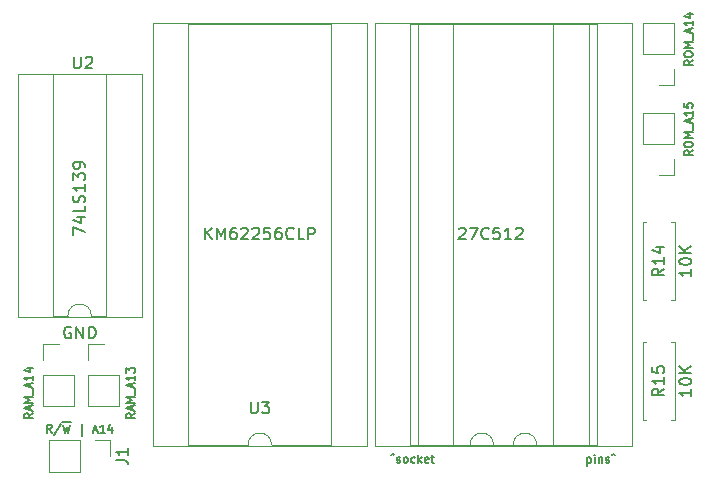
<source format=gto>
G04 #@! TF.GenerationSoftware,KiCad,Pcbnew,(6.0.5)*
G04 #@! TF.CreationDate,2024-04-20T13:37:25+02:00*
G04 #@! TF.ProjectId,1541-RAMBoard2-FirstBank,31353431-2d52-4414-9d42-6f617264322d,rev?*
G04 #@! TF.SameCoordinates,Original*
G04 #@! TF.FileFunction,Legend,Top*
G04 #@! TF.FilePolarity,Positive*
%FSLAX46Y46*%
G04 Gerber Fmt 4.6, Leading zero omitted, Abs format (unit mm)*
G04 Created by KiCad (PCBNEW (6.0.5)) date 2024-04-20 13:37:25*
%MOMM*%
%LPD*%
G01*
G04 APERTURE LIST*
%ADD10C,0.150000*%
%ADD11C,0.120000*%
%ADD12R,1.700000X1.700000*%
%ADD13O,1.700000X1.700000*%
%ADD14C,2.500000*%
%ADD15R,2.400000X1.600000*%
%ADD16O,2.400000X1.600000*%
%ADD17C,1.600000*%
%ADD18O,1.600000X1.600000*%
G04 APERTURE END LIST*
D10*
X141185333Y-123889333D02*
X141318666Y-123789333D01*
X141452000Y-123889333D01*
X141652000Y-124489333D02*
X141718666Y-124522666D01*
X141852000Y-124522666D01*
X141918666Y-124489333D01*
X141952000Y-124422666D01*
X141952000Y-124389333D01*
X141918666Y-124322666D01*
X141852000Y-124289333D01*
X141752000Y-124289333D01*
X141685333Y-124256000D01*
X141652000Y-124189333D01*
X141652000Y-124156000D01*
X141685333Y-124089333D01*
X141752000Y-124056000D01*
X141852000Y-124056000D01*
X141918666Y-124089333D01*
X142352000Y-124522666D02*
X142285333Y-124489333D01*
X142252000Y-124456000D01*
X142218666Y-124389333D01*
X142218666Y-124189333D01*
X142252000Y-124122666D01*
X142285333Y-124089333D01*
X142352000Y-124056000D01*
X142452000Y-124056000D01*
X142518666Y-124089333D01*
X142552000Y-124122666D01*
X142585333Y-124189333D01*
X142585333Y-124389333D01*
X142552000Y-124456000D01*
X142518666Y-124489333D01*
X142452000Y-124522666D01*
X142352000Y-124522666D01*
X143185333Y-124489333D02*
X143118666Y-124522666D01*
X142985333Y-124522666D01*
X142918666Y-124489333D01*
X142885333Y-124456000D01*
X142852000Y-124389333D01*
X142852000Y-124189333D01*
X142885333Y-124122666D01*
X142918666Y-124089333D01*
X142985333Y-124056000D01*
X143118666Y-124056000D01*
X143185333Y-124089333D01*
X143485333Y-124522666D02*
X143485333Y-123822666D01*
X143552000Y-124256000D02*
X143752000Y-124522666D01*
X143752000Y-124056000D02*
X143485333Y-124322666D01*
X144318666Y-124489333D02*
X144252000Y-124522666D01*
X144118666Y-124522666D01*
X144052000Y-124489333D01*
X144018666Y-124422666D01*
X144018666Y-124156000D01*
X144052000Y-124089333D01*
X144118666Y-124056000D01*
X144252000Y-124056000D01*
X144318666Y-124089333D01*
X144352000Y-124156000D01*
X144352000Y-124222666D01*
X144018666Y-124289333D01*
X144552000Y-124056000D02*
X144818666Y-124056000D01*
X144652000Y-123822666D02*
X144652000Y-124422666D01*
X144685333Y-124489333D01*
X144752000Y-124522666D01*
X144818666Y-124522666D01*
X112424666Y-121982666D02*
X112191333Y-121649333D01*
X112024666Y-121982666D02*
X112024666Y-121282666D01*
X112291333Y-121282666D01*
X112358000Y-121316000D01*
X112391333Y-121349333D01*
X112424666Y-121416000D01*
X112424666Y-121516000D01*
X112391333Y-121582666D01*
X112358000Y-121616000D01*
X112291333Y-121649333D01*
X112024666Y-121649333D01*
X113224666Y-121249333D02*
X112624666Y-122149333D01*
X113291333Y-121085000D02*
X114091333Y-121085000D01*
X113391333Y-121282666D02*
X113558000Y-121982666D01*
X113691333Y-121482666D01*
X113824666Y-121982666D01*
X113991333Y-121282666D01*
X114958000Y-122216000D02*
X114958000Y-121216000D01*
X115958000Y-121782666D02*
X116291333Y-121782666D01*
X115891333Y-121982666D02*
X116124666Y-121282666D01*
X116358000Y-121982666D01*
X116958000Y-121982666D02*
X116558000Y-121982666D01*
X116758000Y-121982666D02*
X116758000Y-121282666D01*
X116691333Y-121382666D01*
X116624666Y-121449333D01*
X116558000Y-121482666D01*
X117558000Y-121516000D02*
X117558000Y-121982666D01*
X117391333Y-121249333D02*
X117224666Y-121749333D01*
X117658000Y-121749333D01*
X157776500Y-124056000D02*
X157776500Y-124756000D01*
X157776500Y-124089333D02*
X157843166Y-124056000D01*
X157976500Y-124056000D01*
X158043166Y-124089333D01*
X158076500Y-124122666D01*
X158109833Y-124189333D01*
X158109833Y-124389333D01*
X158076500Y-124456000D01*
X158043166Y-124489333D01*
X157976500Y-124522666D01*
X157843166Y-124522666D01*
X157776500Y-124489333D01*
X158409833Y-124522666D02*
X158409833Y-124056000D01*
X158409833Y-123822666D02*
X158376500Y-123856000D01*
X158409833Y-123889333D01*
X158443166Y-123856000D01*
X158409833Y-123822666D01*
X158409833Y-123889333D01*
X158743166Y-124056000D02*
X158743166Y-124522666D01*
X158743166Y-124122666D02*
X158776500Y-124089333D01*
X158843166Y-124056000D01*
X158943166Y-124056000D01*
X159009833Y-124089333D01*
X159043166Y-124156000D01*
X159043166Y-124522666D01*
X159343166Y-124489333D02*
X159409833Y-124522666D01*
X159543166Y-124522666D01*
X159609833Y-124489333D01*
X159643166Y-124422666D01*
X159643166Y-124389333D01*
X159609833Y-124322666D01*
X159543166Y-124289333D01*
X159443166Y-124289333D01*
X159376500Y-124256000D01*
X159343166Y-124189333D01*
X159343166Y-124156000D01*
X159376500Y-124089333D01*
X159443166Y-124056000D01*
X159543166Y-124056000D01*
X159609833Y-124089333D01*
X159843166Y-123889333D02*
X159976500Y-123789333D01*
X160109833Y-123889333D01*
X114046095Y-113038000D02*
X113950857Y-112990380D01*
X113808000Y-112990380D01*
X113665142Y-113038000D01*
X113569904Y-113133238D01*
X113522285Y-113228476D01*
X113474666Y-113418952D01*
X113474666Y-113561809D01*
X113522285Y-113752285D01*
X113569904Y-113847523D01*
X113665142Y-113942761D01*
X113808000Y-113990380D01*
X113903238Y-113990380D01*
X114046095Y-113942761D01*
X114093714Y-113895142D01*
X114093714Y-113561809D01*
X113903238Y-113561809D01*
X114522285Y-113990380D02*
X114522285Y-112990380D01*
X115093714Y-113990380D01*
X115093714Y-112990380D01*
X115569904Y-113990380D02*
X115569904Y-112990380D01*
X115808000Y-112990380D01*
X115950857Y-113038000D01*
X116046095Y-113133238D01*
X116093714Y-113228476D01*
X116141333Y-113418952D01*
X116141333Y-113561809D01*
X116093714Y-113752285D01*
X116046095Y-113847523D01*
X115950857Y-113942761D01*
X115808000Y-113990380D01*
X115569904Y-113990380D01*
X110806666Y-120334666D02*
X110473333Y-120568000D01*
X110806666Y-120734666D02*
X110106666Y-120734666D01*
X110106666Y-120468000D01*
X110140000Y-120401333D01*
X110173333Y-120368000D01*
X110240000Y-120334666D01*
X110340000Y-120334666D01*
X110406666Y-120368000D01*
X110440000Y-120401333D01*
X110473333Y-120468000D01*
X110473333Y-120734666D01*
X110606666Y-120068000D02*
X110606666Y-119734666D01*
X110806666Y-120134666D02*
X110106666Y-119901333D01*
X110806666Y-119668000D01*
X110806666Y-119434666D02*
X110106666Y-119434666D01*
X110606666Y-119201333D01*
X110106666Y-118968000D01*
X110806666Y-118968000D01*
X110873333Y-118801333D02*
X110873333Y-118268000D01*
X110606666Y-118134666D02*
X110606666Y-117801333D01*
X110806666Y-118201333D02*
X110106666Y-117968000D01*
X110806666Y-117734666D01*
X110806666Y-117134666D02*
X110806666Y-117534666D01*
X110806666Y-117334666D02*
X110106666Y-117334666D01*
X110206666Y-117401333D01*
X110273333Y-117468000D01*
X110306666Y-117534666D01*
X110340000Y-116534666D02*
X110806666Y-116534666D01*
X110073333Y-116701333D02*
X110573333Y-116868000D01*
X110573333Y-116434666D01*
X119442666Y-120334666D02*
X119109333Y-120568000D01*
X119442666Y-120734666D02*
X118742666Y-120734666D01*
X118742666Y-120468000D01*
X118776000Y-120401333D01*
X118809333Y-120368000D01*
X118876000Y-120334666D01*
X118976000Y-120334666D01*
X119042666Y-120368000D01*
X119076000Y-120401333D01*
X119109333Y-120468000D01*
X119109333Y-120734666D01*
X119242666Y-120068000D02*
X119242666Y-119734666D01*
X119442666Y-120134666D02*
X118742666Y-119901333D01*
X119442666Y-119668000D01*
X119442666Y-119434666D02*
X118742666Y-119434666D01*
X119242666Y-119201333D01*
X118742666Y-118968000D01*
X119442666Y-118968000D01*
X119509333Y-118801333D02*
X119509333Y-118268000D01*
X119242666Y-118134666D02*
X119242666Y-117801333D01*
X119442666Y-118201333D02*
X118742666Y-117968000D01*
X119442666Y-117734666D01*
X119442666Y-117134666D02*
X119442666Y-117534666D01*
X119442666Y-117334666D02*
X118742666Y-117334666D01*
X118842666Y-117401333D01*
X118909333Y-117468000D01*
X118942666Y-117534666D01*
X118742666Y-116901333D02*
X118742666Y-116468000D01*
X119009333Y-116701333D01*
X119009333Y-116601333D01*
X119042666Y-116534666D01*
X119076000Y-116501333D01*
X119142666Y-116468000D01*
X119309333Y-116468000D01*
X119376000Y-116501333D01*
X119409333Y-116534666D01*
X119442666Y-116601333D01*
X119442666Y-116801333D01*
X119409333Y-116868000D01*
X119376000Y-116901333D01*
X146915523Y-104703619D02*
X146963142Y-104656000D01*
X147058380Y-104608380D01*
X147296476Y-104608380D01*
X147391714Y-104656000D01*
X147439333Y-104703619D01*
X147486952Y-104798857D01*
X147486952Y-104894095D01*
X147439333Y-105036952D01*
X146867904Y-105608380D01*
X147486952Y-105608380D01*
X147820285Y-104608380D02*
X148486952Y-104608380D01*
X148058380Y-105608380D01*
X149439333Y-105513142D02*
X149391714Y-105560761D01*
X149248857Y-105608380D01*
X149153619Y-105608380D01*
X149010761Y-105560761D01*
X148915523Y-105465523D01*
X148867904Y-105370285D01*
X148820285Y-105179809D01*
X148820285Y-105036952D01*
X148867904Y-104846476D01*
X148915523Y-104751238D01*
X149010761Y-104656000D01*
X149153619Y-104608380D01*
X149248857Y-104608380D01*
X149391714Y-104656000D01*
X149439333Y-104703619D01*
X150344095Y-104608380D02*
X149867904Y-104608380D01*
X149820285Y-105084571D01*
X149867904Y-105036952D01*
X149963142Y-104989333D01*
X150201238Y-104989333D01*
X150296476Y-105036952D01*
X150344095Y-105084571D01*
X150391714Y-105179809D01*
X150391714Y-105417904D01*
X150344095Y-105513142D01*
X150296476Y-105560761D01*
X150201238Y-105608380D01*
X149963142Y-105608380D01*
X149867904Y-105560761D01*
X149820285Y-105513142D01*
X151344095Y-105608380D02*
X150772666Y-105608380D01*
X151058380Y-105608380D02*
X151058380Y-104608380D01*
X150963142Y-104751238D01*
X150867904Y-104846476D01*
X150772666Y-104894095D01*
X151725047Y-104703619D02*
X151772666Y-104656000D01*
X151867904Y-104608380D01*
X152106000Y-104608380D01*
X152201238Y-104656000D01*
X152248857Y-104703619D01*
X152296476Y-104798857D01*
X152296476Y-104894095D01*
X152248857Y-105036952D01*
X151677428Y-105608380D01*
X152296476Y-105608380D01*
X166686666Y-90429333D02*
X166353333Y-90662666D01*
X166686666Y-90829333D02*
X165986666Y-90829333D01*
X165986666Y-90562666D01*
X166020000Y-90496000D01*
X166053333Y-90462666D01*
X166120000Y-90429333D01*
X166220000Y-90429333D01*
X166286666Y-90462666D01*
X166320000Y-90496000D01*
X166353333Y-90562666D01*
X166353333Y-90829333D01*
X165986666Y-89996000D02*
X165986666Y-89862666D01*
X166020000Y-89796000D01*
X166086666Y-89729333D01*
X166220000Y-89696000D01*
X166453333Y-89696000D01*
X166586666Y-89729333D01*
X166653333Y-89796000D01*
X166686666Y-89862666D01*
X166686666Y-89996000D01*
X166653333Y-90062666D01*
X166586666Y-90129333D01*
X166453333Y-90162666D01*
X166220000Y-90162666D01*
X166086666Y-90129333D01*
X166020000Y-90062666D01*
X165986666Y-89996000D01*
X166686666Y-89396000D02*
X165986666Y-89396000D01*
X166486666Y-89162666D01*
X165986666Y-88929333D01*
X166686666Y-88929333D01*
X166753333Y-88762666D02*
X166753333Y-88229333D01*
X166486666Y-88096000D02*
X166486666Y-87762666D01*
X166686666Y-88162666D02*
X165986666Y-87929333D01*
X166686666Y-87696000D01*
X166686666Y-87096000D02*
X166686666Y-87496000D01*
X166686666Y-87296000D02*
X165986666Y-87296000D01*
X166086666Y-87362666D01*
X166153333Y-87429333D01*
X166186666Y-87496000D01*
X166220000Y-86496000D02*
X166686666Y-86496000D01*
X165953333Y-86662666D02*
X166453333Y-86829333D01*
X166453333Y-86396000D01*
X114300095Y-90130380D02*
X114300095Y-90939904D01*
X114347714Y-91035142D01*
X114395333Y-91082761D01*
X114490571Y-91130380D01*
X114681047Y-91130380D01*
X114776285Y-91082761D01*
X114823904Y-91035142D01*
X114871523Y-90939904D01*
X114871523Y-90130380D01*
X115300095Y-90225619D02*
X115347714Y-90178000D01*
X115442952Y-90130380D01*
X115681047Y-90130380D01*
X115776285Y-90178000D01*
X115823904Y-90225619D01*
X115871523Y-90320857D01*
X115871523Y-90416095D01*
X115823904Y-90558952D01*
X115252476Y-91130380D01*
X115871523Y-91130380D01*
X114250380Y-105227047D02*
X114250380Y-104560380D01*
X115250380Y-104988952D01*
X114583714Y-103750857D02*
X115250380Y-103750857D01*
X114202761Y-103988952D02*
X114917047Y-104227047D01*
X114917047Y-103608000D01*
X115250380Y-102750857D02*
X115250380Y-103227047D01*
X114250380Y-103227047D01*
X115202761Y-102465142D02*
X115250380Y-102322285D01*
X115250380Y-102084190D01*
X115202761Y-101988952D01*
X115155142Y-101941333D01*
X115059904Y-101893714D01*
X114964666Y-101893714D01*
X114869428Y-101941333D01*
X114821809Y-101988952D01*
X114774190Y-102084190D01*
X114726571Y-102274666D01*
X114678952Y-102369904D01*
X114631333Y-102417523D01*
X114536095Y-102465142D01*
X114440857Y-102465142D01*
X114345619Y-102417523D01*
X114298000Y-102369904D01*
X114250380Y-102274666D01*
X114250380Y-102036571D01*
X114298000Y-101893714D01*
X115250380Y-100941333D02*
X115250380Y-101512761D01*
X115250380Y-101227047D02*
X114250380Y-101227047D01*
X114393238Y-101322285D01*
X114488476Y-101417523D01*
X114536095Y-101512761D01*
X114250380Y-100608000D02*
X114250380Y-99988952D01*
X114631333Y-100322285D01*
X114631333Y-100179428D01*
X114678952Y-100084190D01*
X114726571Y-100036571D01*
X114821809Y-99988952D01*
X115059904Y-99988952D01*
X115155142Y-100036571D01*
X115202761Y-100084190D01*
X115250380Y-100179428D01*
X115250380Y-100465142D01*
X115202761Y-100560380D01*
X115155142Y-100608000D01*
X115250380Y-99512761D02*
X115250380Y-99322285D01*
X115202761Y-99227047D01*
X115155142Y-99179428D01*
X115012285Y-99084190D01*
X114821809Y-99036571D01*
X114440857Y-99036571D01*
X114345619Y-99084190D01*
X114298000Y-99131809D01*
X114250380Y-99227047D01*
X114250380Y-99417523D01*
X114298000Y-99512761D01*
X114345619Y-99560380D01*
X114440857Y-99608000D01*
X114678952Y-99608000D01*
X114774190Y-99560380D01*
X114821809Y-99512761D01*
X114869428Y-99417523D01*
X114869428Y-99227047D01*
X114821809Y-99131809D01*
X114774190Y-99084190D01*
X114678952Y-99036571D01*
X166686666Y-98054333D02*
X166353333Y-98287666D01*
X166686666Y-98454333D02*
X165986666Y-98454333D01*
X165986666Y-98187666D01*
X166020000Y-98121000D01*
X166053333Y-98087666D01*
X166120000Y-98054333D01*
X166220000Y-98054333D01*
X166286666Y-98087666D01*
X166320000Y-98121000D01*
X166353333Y-98187666D01*
X166353333Y-98454333D01*
X165986666Y-97621000D02*
X165986666Y-97487666D01*
X166020000Y-97421000D01*
X166086666Y-97354333D01*
X166220000Y-97321000D01*
X166453333Y-97321000D01*
X166586666Y-97354333D01*
X166653333Y-97421000D01*
X166686666Y-97487666D01*
X166686666Y-97621000D01*
X166653333Y-97687666D01*
X166586666Y-97754333D01*
X166453333Y-97787666D01*
X166220000Y-97787666D01*
X166086666Y-97754333D01*
X166020000Y-97687666D01*
X165986666Y-97621000D01*
X166686666Y-97021000D02*
X165986666Y-97021000D01*
X166486666Y-96787666D01*
X165986666Y-96554333D01*
X166686666Y-96554333D01*
X166753333Y-96387666D02*
X166753333Y-95854333D01*
X166486666Y-95721000D02*
X166486666Y-95387666D01*
X166686666Y-95787666D02*
X165986666Y-95554333D01*
X166686666Y-95321000D01*
X166686666Y-94721000D02*
X166686666Y-95121000D01*
X166686666Y-94921000D02*
X165986666Y-94921000D01*
X166086666Y-94987666D01*
X166153333Y-95054333D01*
X166186666Y-95121000D01*
X165986666Y-94087666D02*
X165986666Y-94421000D01*
X166320000Y-94454333D01*
X166286666Y-94421000D01*
X166253333Y-94354333D01*
X166253333Y-94187666D01*
X166286666Y-94121000D01*
X166320000Y-94087666D01*
X166386666Y-94054333D01*
X166553333Y-94054333D01*
X166620000Y-94087666D01*
X166653333Y-94121000D01*
X166686666Y-94187666D01*
X166686666Y-94354333D01*
X166653333Y-94421000D01*
X166620000Y-94454333D01*
X164282380Y-108084857D02*
X163806190Y-108418190D01*
X164282380Y-108656285D02*
X163282380Y-108656285D01*
X163282380Y-108275333D01*
X163330000Y-108180095D01*
X163377619Y-108132476D01*
X163472857Y-108084857D01*
X163615714Y-108084857D01*
X163710952Y-108132476D01*
X163758571Y-108180095D01*
X163806190Y-108275333D01*
X163806190Y-108656285D01*
X164282380Y-107132476D02*
X164282380Y-107703904D01*
X164282380Y-107418190D02*
X163282380Y-107418190D01*
X163425238Y-107513428D01*
X163520476Y-107608666D01*
X163568095Y-107703904D01*
X163615714Y-106275333D02*
X164282380Y-106275333D01*
X163234761Y-106513428D02*
X163949047Y-106751523D01*
X163949047Y-106132476D01*
X166568380Y-108132476D02*
X166568380Y-108703904D01*
X166568380Y-108418190D02*
X165568380Y-108418190D01*
X165711238Y-108513428D01*
X165806476Y-108608666D01*
X165854095Y-108703904D01*
X165568380Y-107513428D02*
X165568380Y-107418190D01*
X165616000Y-107322952D01*
X165663619Y-107275333D01*
X165758857Y-107227714D01*
X165949333Y-107180095D01*
X166187428Y-107180095D01*
X166377904Y-107227714D01*
X166473142Y-107275333D01*
X166520761Y-107322952D01*
X166568380Y-107418190D01*
X166568380Y-107513428D01*
X166520761Y-107608666D01*
X166473142Y-107656285D01*
X166377904Y-107703904D01*
X166187428Y-107751523D01*
X165949333Y-107751523D01*
X165758857Y-107703904D01*
X165663619Y-107656285D01*
X165616000Y-107608666D01*
X165568380Y-107513428D01*
X166568380Y-106751523D02*
X165568380Y-106751523D01*
X166568380Y-106180095D02*
X165996952Y-106608666D01*
X165568380Y-106180095D02*
X166139809Y-106751523D01*
X164282380Y-118244857D02*
X163806190Y-118578190D01*
X164282380Y-118816285D02*
X163282380Y-118816285D01*
X163282380Y-118435333D01*
X163330000Y-118340095D01*
X163377619Y-118292476D01*
X163472857Y-118244857D01*
X163615714Y-118244857D01*
X163710952Y-118292476D01*
X163758571Y-118340095D01*
X163806190Y-118435333D01*
X163806190Y-118816285D01*
X164282380Y-117292476D02*
X164282380Y-117863904D01*
X164282380Y-117578190D02*
X163282380Y-117578190D01*
X163425238Y-117673428D01*
X163520476Y-117768666D01*
X163568095Y-117863904D01*
X163282380Y-116387714D02*
X163282380Y-116863904D01*
X163758571Y-116911523D01*
X163710952Y-116863904D01*
X163663333Y-116768666D01*
X163663333Y-116530571D01*
X163710952Y-116435333D01*
X163758571Y-116387714D01*
X163853809Y-116340095D01*
X164091904Y-116340095D01*
X164187142Y-116387714D01*
X164234761Y-116435333D01*
X164282380Y-116530571D01*
X164282380Y-116768666D01*
X164234761Y-116863904D01*
X164187142Y-116911523D01*
X166568380Y-118292476D02*
X166568380Y-118863904D01*
X166568380Y-118578190D02*
X165568380Y-118578190D01*
X165711238Y-118673428D01*
X165806476Y-118768666D01*
X165854095Y-118863904D01*
X165568380Y-117673428D02*
X165568380Y-117578190D01*
X165616000Y-117482952D01*
X165663619Y-117435333D01*
X165758857Y-117387714D01*
X165949333Y-117340095D01*
X166187428Y-117340095D01*
X166377904Y-117387714D01*
X166473142Y-117435333D01*
X166520761Y-117482952D01*
X166568380Y-117578190D01*
X166568380Y-117673428D01*
X166520761Y-117768666D01*
X166473142Y-117816285D01*
X166377904Y-117863904D01*
X166187428Y-117911523D01*
X165949333Y-117911523D01*
X165758857Y-117863904D01*
X165663619Y-117816285D01*
X165616000Y-117768666D01*
X165568380Y-117673428D01*
X166568380Y-116911523D02*
X165568380Y-116911523D01*
X166568380Y-116340095D02*
X165996952Y-116768666D01*
X165568380Y-116340095D02*
X166139809Y-116911523D01*
X129291095Y-119340380D02*
X129291095Y-120149904D01*
X129338714Y-120245142D01*
X129386333Y-120292761D01*
X129481571Y-120340380D01*
X129672047Y-120340380D01*
X129767285Y-120292761D01*
X129814904Y-120245142D01*
X129862523Y-120149904D01*
X129862523Y-119340380D01*
X130243476Y-119340380D02*
X130862523Y-119340380D01*
X130529190Y-119721333D01*
X130672047Y-119721333D01*
X130767285Y-119768952D01*
X130814904Y-119816571D01*
X130862523Y-119911809D01*
X130862523Y-120149904D01*
X130814904Y-120245142D01*
X130767285Y-120292761D01*
X130672047Y-120340380D01*
X130386333Y-120340380D01*
X130291095Y-120292761D01*
X130243476Y-120245142D01*
X125428952Y-105608380D02*
X125428952Y-104608380D01*
X126000380Y-105608380D02*
X125571809Y-105036952D01*
X126000380Y-104608380D02*
X125428952Y-105179809D01*
X126428952Y-105608380D02*
X126428952Y-104608380D01*
X126762285Y-105322666D01*
X127095619Y-104608380D01*
X127095619Y-105608380D01*
X128000380Y-104608380D02*
X127809904Y-104608380D01*
X127714666Y-104656000D01*
X127667047Y-104703619D01*
X127571809Y-104846476D01*
X127524190Y-105036952D01*
X127524190Y-105417904D01*
X127571809Y-105513142D01*
X127619428Y-105560761D01*
X127714666Y-105608380D01*
X127905142Y-105608380D01*
X128000380Y-105560761D01*
X128048000Y-105513142D01*
X128095619Y-105417904D01*
X128095619Y-105179809D01*
X128048000Y-105084571D01*
X128000380Y-105036952D01*
X127905142Y-104989333D01*
X127714666Y-104989333D01*
X127619428Y-105036952D01*
X127571809Y-105084571D01*
X127524190Y-105179809D01*
X128476571Y-104703619D02*
X128524190Y-104656000D01*
X128619428Y-104608380D01*
X128857523Y-104608380D01*
X128952761Y-104656000D01*
X129000380Y-104703619D01*
X129048000Y-104798857D01*
X129048000Y-104894095D01*
X129000380Y-105036952D01*
X128428952Y-105608380D01*
X129048000Y-105608380D01*
X129428952Y-104703619D02*
X129476571Y-104656000D01*
X129571809Y-104608380D01*
X129809904Y-104608380D01*
X129905142Y-104656000D01*
X129952761Y-104703619D01*
X130000380Y-104798857D01*
X130000380Y-104894095D01*
X129952761Y-105036952D01*
X129381333Y-105608380D01*
X130000380Y-105608380D01*
X130905142Y-104608380D02*
X130428952Y-104608380D01*
X130381333Y-105084571D01*
X130428952Y-105036952D01*
X130524190Y-104989333D01*
X130762285Y-104989333D01*
X130857523Y-105036952D01*
X130905142Y-105084571D01*
X130952761Y-105179809D01*
X130952761Y-105417904D01*
X130905142Y-105513142D01*
X130857523Y-105560761D01*
X130762285Y-105608380D01*
X130524190Y-105608380D01*
X130428952Y-105560761D01*
X130381333Y-105513142D01*
X131809904Y-104608380D02*
X131619428Y-104608380D01*
X131524190Y-104656000D01*
X131476571Y-104703619D01*
X131381333Y-104846476D01*
X131333714Y-105036952D01*
X131333714Y-105417904D01*
X131381333Y-105513142D01*
X131428952Y-105560761D01*
X131524190Y-105608380D01*
X131714666Y-105608380D01*
X131809904Y-105560761D01*
X131857523Y-105513142D01*
X131905142Y-105417904D01*
X131905142Y-105179809D01*
X131857523Y-105084571D01*
X131809904Y-105036952D01*
X131714666Y-104989333D01*
X131524190Y-104989333D01*
X131428952Y-105036952D01*
X131381333Y-105084571D01*
X131333714Y-105179809D01*
X132905142Y-105513142D02*
X132857523Y-105560761D01*
X132714666Y-105608380D01*
X132619428Y-105608380D01*
X132476571Y-105560761D01*
X132381333Y-105465523D01*
X132333714Y-105370285D01*
X132286095Y-105179809D01*
X132286095Y-105036952D01*
X132333714Y-104846476D01*
X132381333Y-104751238D01*
X132476571Y-104656000D01*
X132619428Y-104608380D01*
X132714666Y-104608380D01*
X132857523Y-104656000D01*
X132905142Y-104703619D01*
X133809904Y-105608380D02*
X133333714Y-105608380D01*
X133333714Y-104608380D01*
X134143238Y-105608380D02*
X134143238Y-104608380D01*
X134524190Y-104608380D01*
X134619428Y-104656000D01*
X134667047Y-104703619D01*
X134714666Y-104798857D01*
X134714666Y-104941714D01*
X134667047Y-105036952D01*
X134619428Y-105084571D01*
X134524190Y-105132190D01*
X134143238Y-105132190D01*
X117860380Y-124285333D02*
X118574666Y-124285333D01*
X118717523Y-124332952D01*
X118812761Y-124428190D01*
X118860380Y-124571047D01*
X118860380Y-124666285D01*
X118860380Y-123285333D02*
X118860380Y-123856761D01*
X118860380Y-123571047D02*
X117860380Y-123571047D01*
X118003238Y-123666285D01*
X118098476Y-123761523D01*
X118146095Y-123856761D01*
D11*
X111700000Y-117089000D02*
X111700000Y-119689000D01*
X111700000Y-119689000D02*
X114360000Y-119689000D01*
X111700000Y-117089000D02*
X114360000Y-117089000D01*
X111700000Y-114489000D02*
X113030000Y-114489000D01*
X114360000Y-117089000D02*
X114360000Y-119689000D01*
X111700000Y-115819000D02*
X111700000Y-114489000D01*
X118170000Y-117089000D02*
X118170000Y-119689000D01*
X115510000Y-117089000D02*
X115510000Y-119689000D01*
X115510000Y-114489000D02*
X116840000Y-114489000D01*
X115510000Y-115819000D02*
X115510000Y-114489000D01*
X115510000Y-119689000D02*
X118170000Y-119689000D01*
X115510000Y-117089000D02*
X118170000Y-117089000D01*
X139789000Y-87271000D02*
X139789000Y-123071000D01*
X154909000Y-87331000D02*
X142789000Y-87331000D01*
X149849000Y-123011000D02*
X154909000Y-123011000D01*
X142789000Y-87331000D02*
X142789000Y-123011000D01*
X157909000Y-123071000D02*
X157909000Y-87271000D01*
X154909000Y-123011000D02*
X154909000Y-87331000D01*
X139789000Y-123071000D02*
X157909000Y-123071000D01*
X157909000Y-87271000D02*
X139789000Y-87271000D01*
X142789000Y-123011000D02*
X147849000Y-123011000D01*
X149849000Y-123011000D02*
G75*
G03*
X147849000Y-123011000I-1000000J0D01*
G01*
X146441000Y-123011000D02*
X151501000Y-123011000D01*
X161561000Y-123071000D02*
X161561000Y-87271000D01*
X161561000Y-87271000D02*
X143441000Y-87271000D01*
X158561000Y-87331000D02*
X146441000Y-87331000D01*
X143441000Y-87271000D02*
X143441000Y-123071000D01*
X146441000Y-87331000D02*
X146441000Y-123011000D01*
X153501000Y-123011000D02*
X158561000Y-123011000D01*
X143441000Y-123071000D02*
X161561000Y-123071000D01*
X158561000Y-123011000D02*
X158561000Y-87331000D01*
X153501000Y-123011000D02*
G75*
G03*
X151501000Y-123011000I-1000000J0D01*
G01*
X165160000Y-92516000D02*
X163830000Y-92516000D01*
X165160000Y-89916000D02*
X165160000Y-87316000D01*
X165160000Y-91186000D02*
X165160000Y-92516000D01*
X165160000Y-87316000D02*
X162500000Y-87316000D01*
X162500000Y-89916000D02*
X162500000Y-87316000D01*
X165160000Y-89916000D02*
X162500000Y-89916000D01*
X109548000Y-112144000D02*
X120048000Y-112144000D01*
X117048000Y-112084000D02*
X117048000Y-91644000D01*
X120048000Y-91584000D02*
X109548000Y-91584000D01*
X109548000Y-91584000D02*
X109548000Y-112144000D01*
X112548000Y-112084000D02*
X113798000Y-112084000D01*
X112548000Y-91644000D02*
X112548000Y-112084000D01*
X115798000Y-112084000D02*
X117048000Y-112084000D01*
X117048000Y-91644000D02*
X112548000Y-91644000D01*
X120048000Y-112144000D02*
X120048000Y-91584000D01*
X115798000Y-112084000D02*
G75*
G03*
X113798000Y-112084000I-1000000J0D01*
G01*
X165160000Y-98811000D02*
X165160000Y-100141000D01*
X162500000Y-97541000D02*
X162500000Y-94941000D01*
X165160000Y-100141000D02*
X163830000Y-100141000D01*
X165160000Y-94941000D02*
X162500000Y-94941000D01*
X165160000Y-97541000D02*
X165160000Y-94941000D01*
X165160000Y-97541000D02*
X162500000Y-97541000D01*
X162460000Y-104172000D02*
X162460000Y-110712000D01*
X162460000Y-110712000D02*
X162790000Y-110712000D01*
X164870000Y-104172000D02*
X165200000Y-104172000D01*
X162790000Y-104172000D02*
X162460000Y-104172000D01*
X165200000Y-110712000D02*
X164870000Y-110712000D01*
X165200000Y-104172000D02*
X165200000Y-110712000D01*
X162460000Y-114332000D02*
X162460000Y-120872000D01*
X162790000Y-114332000D02*
X162460000Y-114332000D01*
X162460000Y-120872000D02*
X162790000Y-120872000D01*
X165200000Y-114332000D02*
X165200000Y-120872000D01*
X164870000Y-114332000D02*
X165200000Y-114332000D01*
X165200000Y-120872000D02*
X164870000Y-120872000D01*
X136113000Y-87331000D02*
X123993000Y-87331000D01*
X139113000Y-123071000D02*
X139113000Y-87271000D01*
X120993000Y-87271000D02*
X120993000Y-123071000D01*
X123993000Y-123011000D02*
X129053000Y-123011000D01*
X139113000Y-87271000D02*
X120993000Y-87271000D01*
X136113000Y-123011000D02*
X136113000Y-87331000D01*
X123993000Y-87331000D02*
X123993000Y-123011000D01*
X120993000Y-123071000D02*
X139113000Y-123071000D01*
X131053000Y-123011000D02*
X136113000Y-123011000D01*
X131053000Y-123011000D02*
G75*
G03*
X129053000Y-123011000I-1000000J0D01*
G01*
X112208000Y-122622000D02*
X112208000Y-125282000D01*
X116078000Y-122622000D02*
X117408000Y-122622000D01*
X114808000Y-122622000D02*
X114808000Y-125282000D01*
X114808000Y-122622000D02*
X112208000Y-122622000D01*
X117408000Y-122622000D02*
X117408000Y-123952000D01*
X114808000Y-125282000D02*
X112208000Y-125282000D01*
%LPC*%
D12*
X113030000Y-115819000D03*
D13*
X113030000Y-118359000D03*
D14*
X117856000Y-88392000D03*
D12*
X116840000Y-115819000D03*
D13*
X116840000Y-118359000D03*
D15*
X156469000Y-121681000D03*
D16*
X156469000Y-119141000D03*
X156469000Y-116601000D03*
X156469000Y-114061000D03*
X156469000Y-111521000D03*
X156469000Y-108981000D03*
X156469000Y-106441000D03*
X156469000Y-103901000D03*
X156469000Y-101361000D03*
X156469000Y-98821000D03*
X156469000Y-96281000D03*
X156469000Y-93741000D03*
X156469000Y-91201000D03*
X156469000Y-88661000D03*
X141229000Y-88661000D03*
X141229000Y-91201000D03*
X141229000Y-93741000D03*
X141229000Y-96281000D03*
X141229000Y-98821000D03*
X141229000Y-101361000D03*
X141229000Y-103901000D03*
X141229000Y-106441000D03*
X141229000Y-108981000D03*
X141229000Y-111521000D03*
X141229000Y-114061000D03*
X141229000Y-116601000D03*
X141229000Y-119141000D03*
X141229000Y-121681000D03*
D15*
X160121000Y-121681000D03*
D16*
X160121000Y-119141000D03*
X160121000Y-116601000D03*
X160121000Y-114061000D03*
X160121000Y-111521000D03*
X160121000Y-108981000D03*
X160121000Y-106441000D03*
X160121000Y-103901000D03*
X160121000Y-101361000D03*
X160121000Y-98821000D03*
X160121000Y-96281000D03*
X160121000Y-93741000D03*
X160121000Y-91201000D03*
X160121000Y-88661000D03*
X144881000Y-88661000D03*
X144881000Y-91201000D03*
X144881000Y-93741000D03*
X144881000Y-96281000D03*
X144881000Y-98821000D03*
X144881000Y-101361000D03*
X144881000Y-103901000D03*
X144881000Y-106441000D03*
X144881000Y-108981000D03*
X144881000Y-111521000D03*
X144881000Y-114061000D03*
X144881000Y-116601000D03*
X144881000Y-119141000D03*
X144881000Y-121681000D03*
D12*
X163830000Y-91186000D03*
D13*
X163830000Y-88646000D03*
D15*
X118608000Y-110754000D03*
D16*
X118608000Y-108214000D03*
X118608000Y-105674000D03*
X118608000Y-103134000D03*
X118608000Y-100594000D03*
X118608000Y-98054000D03*
X118608000Y-95514000D03*
X118608000Y-92974000D03*
X110988000Y-92974000D03*
X110988000Y-95514000D03*
X110988000Y-98054000D03*
X110988000Y-100594000D03*
X110988000Y-103134000D03*
X110988000Y-105674000D03*
X110988000Y-108214000D03*
X110988000Y-110754000D03*
D12*
X163830000Y-98811000D03*
D13*
X163830000Y-96271000D03*
D17*
X163830000Y-103632000D03*
D18*
X163830000Y-111252000D03*
D17*
X163830000Y-113792000D03*
D18*
X163830000Y-121412000D03*
D15*
X137673000Y-121681000D03*
D16*
X137673000Y-119141000D03*
X137673000Y-116601000D03*
X137673000Y-114061000D03*
X137673000Y-111521000D03*
X137673000Y-108981000D03*
X137673000Y-106441000D03*
X137673000Y-103901000D03*
X137673000Y-101361000D03*
X137673000Y-98821000D03*
X137673000Y-96281000D03*
X137673000Y-93741000D03*
X137673000Y-91201000D03*
X137673000Y-88661000D03*
X122433000Y-88661000D03*
X122433000Y-91201000D03*
X122433000Y-93741000D03*
X122433000Y-96281000D03*
X122433000Y-98821000D03*
X122433000Y-101361000D03*
X122433000Y-103901000D03*
X122433000Y-106441000D03*
X122433000Y-108981000D03*
X122433000Y-111521000D03*
X122433000Y-114061000D03*
X122433000Y-116601000D03*
X122433000Y-119141000D03*
X122433000Y-121681000D03*
D12*
X116078000Y-123952000D03*
D13*
X113538000Y-123952000D03*
M02*

</source>
